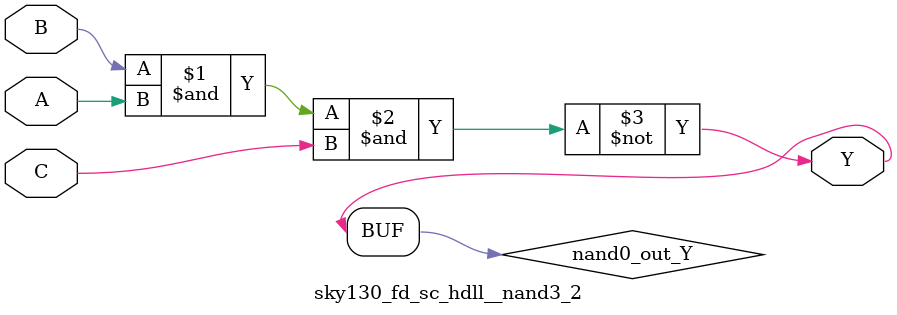
<source format=v>
/*
 * Copyright 2020 The SkyWater PDK Authors
 *
 * Licensed under the Apache License, Version 2.0 (the "License");
 * you may not use this file except in compliance with the License.
 * You may obtain a copy of the License at
 *
 *     https://www.apache.org/licenses/LICENSE-2.0
 *
 * Unless required by applicable law or agreed to in writing, software
 * distributed under the License is distributed on an "AS IS" BASIS,
 * WITHOUT WARRANTIES OR CONDITIONS OF ANY KIND, either express or implied.
 * See the License for the specific language governing permissions and
 * limitations under the License.
 *
 * SPDX-License-Identifier: Apache-2.0
*/


`ifndef SKY130_FD_SC_HDLL__NAND3_2_FUNCTIONAL_V
`define SKY130_FD_SC_HDLL__NAND3_2_FUNCTIONAL_V

/**
 * nand3: 3-input NAND.
 *
 * Verilog simulation functional model.
 */

`timescale 1ns / 1ps
`default_nettype none

`celldefine
module sky130_fd_sc_hdll__nand3_2 (
    Y,
    A,
    B,
    C
);

    // Module ports
    output Y;
    input  A;
    input  B;
    input  C;

    // Local signals
    wire nand0_out_Y;

    //   Name   Output       Other arguments
    nand nand0 (nand0_out_Y, B, A, C        );
    buf  buf0  (Y          , nand0_out_Y    );

endmodule
`endcelldefine

`default_nettype wire
`endif  // SKY130_FD_SC_HDLL__NAND3_2_FUNCTIONAL_V

</source>
